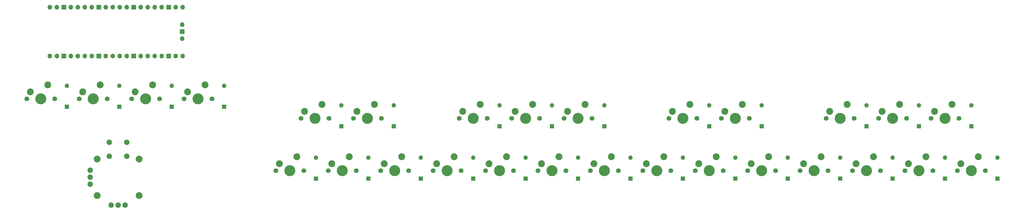
<source format=gbs>
G04 #@! TF.GenerationSoftware,KiCad,Pcbnew,8.0.3*
G04 #@! TF.CreationDate,2024-06-27T13:33:53-07:00*
G04 #@! TF.ProjectId,new midi keyboard,6e657720-6d69-4646-9920-6b6579626f61,rev?*
G04 #@! TF.SameCoordinates,Original*
G04 #@! TF.FileFunction,Soldermask,Bot*
G04 #@! TF.FilePolarity,Negative*
%FSLAX46Y46*%
G04 Gerber Fmt 4.6, Leading zero omitted, Abs format (unit mm)*
G04 Created by KiCad (PCBNEW 8.0.3) date 2024-06-27 13:33:53*
%MOMM*%
%LPD*%
G01*
G04 APERTURE LIST*
%ADD10C,1.982000*%
%ADD11C,2.490000*%
%ADD12C,1.750000*%
%ADD13C,4.000000*%
%ADD14C,2.500000*%
%ADD15O,1.700000X1.700000*%
%ADD16R,1.700000X1.700000*%
%ADD17R,1.600000X1.600000*%
%ADD18O,1.600000X1.600000*%
G04 APERTURE END LIST*
D10*
G04 #@! TO.C,U2*
X75409250Y-105573750D03*
X81759250Y-105573750D03*
X75409250Y-110653750D03*
X81759250Y-110653750D03*
X76044250Y-128433750D03*
X78584250Y-128433750D03*
X81124250Y-128433750D03*
D11*
X70964250Y-111606250D03*
X70964250Y-124941250D03*
X86204250Y-124941250D03*
X86204250Y-111606250D03*
D10*
X68424250Y-115733750D03*
X68424250Y-118273750D03*
X68424250Y-120813750D03*
G04 #@! TD*
D12*
G04 #@! TO.C,SW20*
X345443000Y-115892500D03*
D13*
X350523000Y-115892500D03*
D12*
X355603000Y-115892500D03*
D14*
X346713000Y-113352500D03*
X353063000Y-110812500D03*
G04 #@! TD*
D12*
G04 #@! TO.C,SW13*
X269243000Y-115892500D03*
D13*
X274323000Y-115892500D03*
D12*
X279403000Y-115892500D03*
D14*
X270513000Y-113352500D03*
X276863000Y-110812500D03*
G04 #@! TD*
D15*
G04 #@! TO.C,U1*
X53819250Y-74141250D03*
X56359250Y-74141250D03*
D16*
X58899250Y-74141250D03*
D15*
X61439250Y-74141250D03*
X63979250Y-74141250D03*
X66519250Y-74141250D03*
X69059250Y-74141250D03*
D16*
X71599250Y-74141250D03*
D15*
X74139250Y-74141250D03*
X76679250Y-74141250D03*
X79219250Y-74141250D03*
X81759250Y-74141250D03*
D16*
X84299250Y-74141250D03*
D15*
X86839250Y-74141250D03*
X89379250Y-74141250D03*
X91919250Y-74141250D03*
X94459250Y-74141250D03*
D16*
X96999250Y-74141250D03*
D15*
X99539250Y-74141250D03*
X102079250Y-74141250D03*
X102079250Y-56361250D03*
X99539250Y-56361250D03*
D16*
X96999250Y-56361250D03*
D15*
X94459250Y-56361250D03*
X91919250Y-56361250D03*
X89379250Y-56361250D03*
X86839250Y-56361250D03*
D16*
X84299250Y-56361250D03*
D15*
X81759250Y-56361250D03*
X79219250Y-56361250D03*
X76679250Y-56361250D03*
X74139250Y-56361250D03*
D16*
X71599250Y-56361250D03*
D15*
X69059250Y-56361250D03*
X66519250Y-56361250D03*
X63979250Y-56361250D03*
X61439250Y-56361250D03*
D16*
X58899250Y-56361250D03*
D15*
X56359250Y-56361250D03*
X53819250Y-56361250D03*
X101849250Y-67791250D03*
D16*
X101849250Y-65251250D03*
D15*
X101849250Y-62711250D03*
G04 #@! TD*
D12*
G04 #@! TO.C,SW15*
X288293000Y-115892500D03*
D13*
X293373000Y-115892500D03*
D12*
X298453000Y-115892500D03*
D14*
X289563000Y-113352500D03*
X295913000Y-110812500D03*
G04 #@! TD*
D12*
G04 #@! TO.C,SW24*
X383543000Y-115892500D03*
D13*
X388623000Y-115892500D03*
D12*
X393703000Y-115892500D03*
D14*
X384813000Y-113352500D03*
X391163000Y-110812500D03*
G04 #@! TD*
D12*
G04 #@! TO.C,SW1*
X135893000Y-115892500D03*
D13*
X140973000Y-115892500D03*
D12*
X146053000Y-115892500D03*
D14*
X137163000Y-113352500D03*
X143513000Y-110812500D03*
G04 #@! TD*
D12*
G04 #@! TO.C,SW11*
X221618000Y-96842500D03*
D13*
X226698000Y-96842500D03*
D12*
X231778000Y-96842500D03*
D14*
X222888000Y-94302500D03*
X229238000Y-91762500D03*
G04 #@! TD*
D12*
G04 #@! TO.C,SW3*
X173993000Y-115892500D03*
D13*
X179073000Y-115892500D03*
D12*
X184153000Y-115892500D03*
D14*
X175263000Y-113352500D03*
X181613000Y-110812500D03*
G04 #@! TD*
D12*
G04 #@! TO.C,SW18*
X326393000Y-115892500D03*
D13*
X331473000Y-115892500D03*
D12*
X336553000Y-115892500D03*
D14*
X327663000Y-113352500D03*
X334013000Y-110812500D03*
G04 #@! TD*
D12*
G04 #@! TO.C,SW12*
X240668000Y-96842500D03*
D13*
X245748000Y-96842500D03*
D12*
X250828000Y-96842500D03*
D14*
X241938000Y-94302500D03*
X248288000Y-91762500D03*
G04 #@! TD*
D12*
G04 #@! TO.C,SW4*
X193043000Y-115892500D03*
D13*
X198123000Y-115892500D03*
D12*
X203203000Y-115892500D03*
D14*
X194313000Y-113352500D03*
X200663000Y-110812500D03*
G04 #@! TD*
D12*
G04 #@! TO.C,SW19*
X335918000Y-96842500D03*
D13*
X340998000Y-96842500D03*
D12*
X346078000Y-96842500D03*
D14*
X337188000Y-94302500D03*
X343538000Y-91762500D03*
G04 #@! TD*
D12*
G04 #@! TO.C,SW25*
X45405500Y-89698750D03*
D13*
X50485500Y-89698750D03*
D12*
X55565500Y-89698750D03*
D14*
X46675500Y-87158750D03*
X53025500Y-84618750D03*
G04 #@! TD*
D12*
G04 #@! TO.C,SW21*
X354968000Y-96842500D03*
D13*
X360048000Y-96842500D03*
D12*
X365128000Y-96842500D03*
D14*
X356238000Y-94302500D03*
X362588000Y-91762500D03*
G04 #@! TD*
D12*
G04 #@! TO.C,SW7*
X250193000Y-115892500D03*
D13*
X255273000Y-115892500D03*
D12*
X260353000Y-115892500D03*
D14*
X251463000Y-113352500D03*
X257813000Y-110812500D03*
G04 #@! TD*
D12*
G04 #@! TO.C,SW14*
X278768000Y-96842500D03*
D13*
X283848000Y-96842500D03*
D12*
X288928000Y-96842500D03*
D14*
X280038000Y-94302500D03*
X286388000Y-91762500D03*
G04 #@! TD*
D12*
G04 #@! TO.C,SW16*
X297818000Y-96842500D03*
D13*
X302898000Y-96842500D03*
D12*
X307978000Y-96842500D03*
D14*
X299088000Y-94302500D03*
X305438000Y-91762500D03*
G04 #@! TD*
D12*
G04 #@! TO.C,SW5*
X212093000Y-115892500D03*
D13*
X217173000Y-115892500D03*
D12*
X222253000Y-115892500D03*
D14*
X213363000Y-113352500D03*
X219713000Y-110812500D03*
G04 #@! TD*
D12*
G04 #@! TO.C,SW26*
X64455500Y-89698750D03*
D13*
X69535500Y-89698750D03*
D12*
X74615500Y-89698750D03*
D14*
X65725500Y-87158750D03*
X72075500Y-84618750D03*
G04 #@! TD*
D12*
G04 #@! TO.C,SW10*
X202568000Y-96842500D03*
D13*
X207648000Y-96842500D03*
D12*
X212728000Y-96842500D03*
D14*
X203838000Y-94302500D03*
X210188000Y-91762500D03*
G04 #@! TD*
D12*
G04 #@! TO.C,SW22*
X364493000Y-115892500D03*
D13*
X369573000Y-115892500D03*
D12*
X374653000Y-115892500D03*
D14*
X365763000Y-113352500D03*
X372113000Y-110812500D03*
G04 #@! TD*
D12*
G04 #@! TO.C,SW9*
X164150500Y-96842500D03*
D13*
X169230500Y-96842500D03*
D12*
X174310500Y-96842500D03*
D14*
X165420500Y-94302500D03*
X171770500Y-91762500D03*
G04 #@! TD*
D12*
G04 #@! TO.C,SW2*
X154943000Y-115892500D03*
D13*
X160023000Y-115892500D03*
D12*
X165103000Y-115892500D03*
D14*
X156213000Y-113352500D03*
X162563000Y-110812500D03*
G04 #@! TD*
D12*
G04 #@! TO.C,SW28*
X102555500Y-89698750D03*
D13*
X107635500Y-89698750D03*
D12*
X112715500Y-89698750D03*
D14*
X103825500Y-87158750D03*
X110175500Y-84618750D03*
G04 #@! TD*
D12*
G04 #@! TO.C,SW27*
X83505500Y-89698750D03*
D13*
X88585500Y-89698750D03*
D12*
X93665500Y-89698750D03*
D14*
X84775500Y-87158750D03*
X91125500Y-84618750D03*
G04 #@! TD*
D12*
G04 #@! TO.C,SW8*
X145100500Y-96842500D03*
D13*
X150180500Y-96842500D03*
D12*
X155260500Y-96842500D03*
D14*
X146370500Y-94302500D03*
X152720500Y-91762500D03*
G04 #@! TD*
D12*
G04 #@! TO.C,SW23*
X374018000Y-96842500D03*
D13*
X379098000Y-96842500D03*
D12*
X384178000Y-96842500D03*
D14*
X375288000Y-94302500D03*
X381638000Y-91762500D03*
G04 #@! TD*
D12*
G04 #@! TO.C,SW17*
X307343000Y-115892500D03*
D13*
X312423000Y-115892500D03*
D12*
X317503000Y-115892500D03*
D14*
X308613000Y-113352500D03*
X314963000Y-110812500D03*
G04 #@! TD*
D12*
G04 #@! TO.C,SW6*
X231143000Y-115892500D03*
D13*
X236223000Y-115892500D03*
D12*
X241303000Y-115892500D03*
D14*
X232413000Y-113352500D03*
X238763000Y-110812500D03*
G04 #@! TD*
D17*
G04 #@! TO.C,D13*
X283848000Y-118750000D03*
D18*
X283848000Y-111130000D03*
G04 #@! TD*
D17*
G04 #@! TO.C,D2*
X169548000Y-118750000D03*
D18*
X169548000Y-111130000D03*
G04 #@! TD*
D17*
G04 #@! TO.C,D16*
X312423000Y-99700000D03*
D18*
X312423000Y-92080000D03*
G04 #@! TD*
D17*
G04 #@! TO.C,D8*
X159705500Y-99700000D03*
D18*
X159705500Y-92080000D03*
G04 #@! TD*
D17*
G04 #@! TO.C,D15*
X302898000Y-118750000D03*
D18*
X302898000Y-111130000D03*
G04 #@! TD*
D17*
G04 #@! TO.C,D3*
X188598000Y-118750000D03*
D18*
X188598000Y-111130000D03*
G04 #@! TD*
D17*
G04 #@! TO.C,D28*
X117160500Y-92556250D03*
D18*
X117160500Y-84936250D03*
G04 #@! TD*
D17*
G04 #@! TO.C,D22*
X379098000Y-118750000D03*
D18*
X379098000Y-111130000D03*
G04 #@! TD*
D17*
G04 #@! TO.C,D20*
X360048000Y-118750000D03*
D18*
X360048000Y-111130000D03*
G04 #@! TD*
D17*
G04 #@! TO.C,D21*
X369573000Y-99700000D03*
D18*
X369573000Y-92080000D03*
G04 #@! TD*
D17*
G04 #@! TO.C,D6*
X245748000Y-118750000D03*
D18*
X245748000Y-111130000D03*
G04 #@! TD*
D17*
G04 #@! TO.C,D10*
X217173000Y-99700000D03*
D18*
X217173000Y-92080000D03*
G04 #@! TD*
D17*
G04 #@! TO.C,D25*
X60010500Y-92556250D03*
D18*
X60010500Y-84936250D03*
G04 #@! TD*
D17*
G04 #@! TO.C,D24*
X398148000Y-118750000D03*
D18*
X398148000Y-111130000D03*
G04 #@! TD*
D17*
G04 #@! TO.C,D23*
X388623000Y-99700000D03*
D18*
X388623000Y-92080000D03*
G04 #@! TD*
D17*
G04 #@! TO.C,D4*
X207648000Y-118750000D03*
D18*
X207648000Y-111130000D03*
G04 #@! TD*
D17*
G04 #@! TO.C,D19*
X350523000Y-99700000D03*
D18*
X350523000Y-92080000D03*
G04 #@! TD*
D17*
G04 #@! TO.C,D9*
X178755500Y-99700000D03*
D18*
X178755500Y-92080000D03*
G04 #@! TD*
D17*
G04 #@! TO.C,D12*
X255273000Y-99700000D03*
D18*
X255273000Y-92080000D03*
G04 #@! TD*
D17*
G04 #@! TO.C,D14*
X293373000Y-99700000D03*
D18*
X293373000Y-92080000D03*
G04 #@! TD*
D17*
G04 #@! TO.C,D5*
X226698000Y-118750000D03*
D18*
X226698000Y-111130000D03*
G04 #@! TD*
D17*
G04 #@! TO.C,D26*
X79060500Y-92556250D03*
D18*
X79060500Y-84936250D03*
G04 #@! TD*
D17*
G04 #@! TO.C,D11*
X236223000Y-99700000D03*
D18*
X236223000Y-92080000D03*
G04 #@! TD*
D17*
G04 #@! TO.C,D1*
X150498000Y-118750000D03*
D18*
X150498000Y-111130000D03*
G04 #@! TD*
D17*
G04 #@! TO.C,D27*
X98110500Y-92556250D03*
D18*
X98110500Y-84936250D03*
G04 #@! TD*
D17*
G04 #@! TO.C,D7*
X264798000Y-118750000D03*
D18*
X264798000Y-111130000D03*
G04 #@! TD*
D17*
G04 #@! TO.C,D18*
X340998000Y-118750000D03*
D18*
X340998000Y-111130000D03*
G04 #@! TD*
D17*
G04 #@! TO.C,D17*
X321948000Y-118750000D03*
D18*
X321948000Y-111130000D03*
G04 #@! TD*
M02*

</source>
